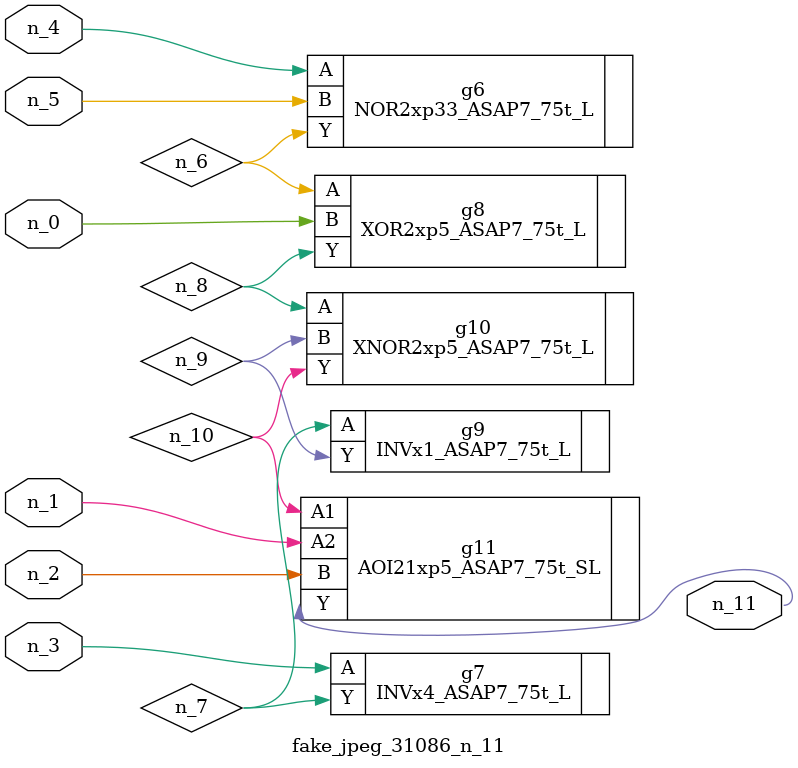
<source format=v>
module fake_jpeg_31086_n_11 (n_3, n_2, n_1, n_0, n_4, n_5, n_11);

input n_3;
input n_2;
input n_1;
input n_0;
input n_4;
input n_5;

output n_11;

wire n_10;
wire n_8;
wire n_9;
wire n_6;
wire n_7;

NOR2xp33_ASAP7_75t_L g6 ( 
.A(n_4),
.B(n_5),
.Y(n_6)
);

INVx4_ASAP7_75t_L g7 ( 
.A(n_3),
.Y(n_7)
);

XOR2xp5_ASAP7_75t_L g8 ( 
.A(n_6),
.B(n_0),
.Y(n_8)
);

XNOR2xp5_ASAP7_75t_L g10 ( 
.A(n_8),
.B(n_9),
.Y(n_10)
);

INVx1_ASAP7_75t_L g9 ( 
.A(n_7),
.Y(n_9)
);

AOI21xp5_ASAP7_75t_SL g11 ( 
.A1(n_10),
.A2(n_1),
.B(n_2),
.Y(n_11)
);


endmodule
</source>
